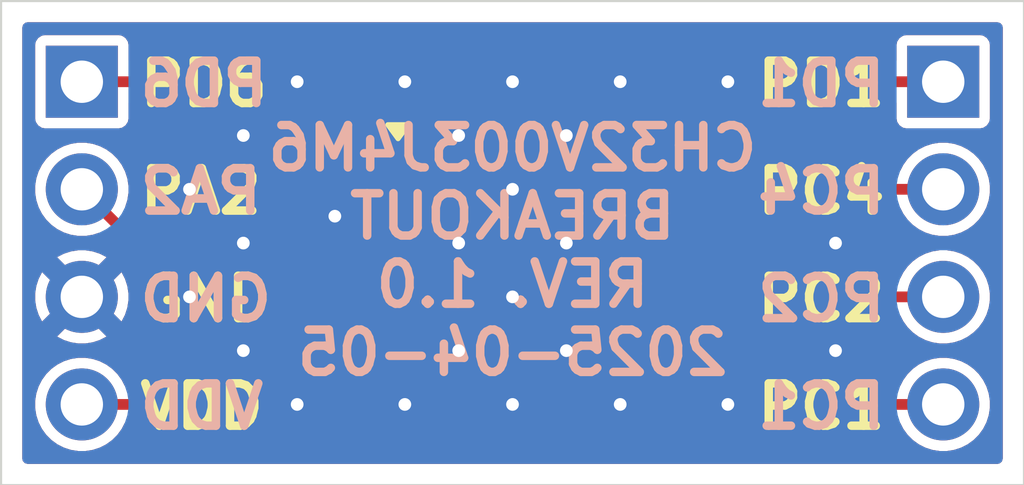
<source format=kicad_pcb>
(kicad_pcb (version 20241229) (generator "pcbnew") (generator_version "9.0")
  (title_block (title "CH32V003J4M6 Breakout Board") (date "2025-04-05") (rev "1.0"))
  (layers (0 "F.Cu" signal) (2 "B.Cu" signal) (13 "F.Paste" user) (15 "B.Paste" user) (5 "F.SilkS" user "F.Silkscreen") (7 "B.SilkS" user "B.Silkscreen") (1 "F.Mask" user) (3 "B.Mask" user) (25 "Edge.Cuts" user))
  (net 0 "")
  (net 1 "/PA2")
  (net 2 "/PD6")
  (net 3 "VDD")
  (net 4 "GND")
  (net 5 "/PC1")
  (net 6 "/PD1")
  (net 7 "/PC2")
  (net 8 "/PC4")
  (footprint "Connector_PinHeader_2.54mm:PinHeader_1x04_P2.54mm_Vertical" (layer "F.Cu") (at 142.24 97.79)
    (property "Reference" "J1" (hide yes))
    (property "Value" "Conn_01x04" (hide yes))
    (pad "1" thru_hole rect (at 0 0) (size 1.7 1.7) (drill 1) (layers "*.Cu" "*.Mask") (net 2 "/PD6"))
    (pad "2" thru_hole circle (at 0 2.54) (size 1.7 1.7) (drill 1) (layers "*.Cu" "*.Mask") (net 1 "/PA2"))
    (pad "3" thru_hole circle (at 0 5.08) (size 1.7 1.7) (drill 1) (layers "*.Cu" "*.Mask") (net 4 "GND"))
    (pad "4" thru_hole circle (at 0 7.62) (size 1.7 1.7) (drill 1) (layers "*.Cu" "*.Mask") (net 3 "VDD"))
  )
  (footprint "Connector_PinHeader_2.54mm:PinHeader_1x04_P2.54mm_Vertical" (layer "F.Cu") (at 162.56 97.79)
    (property "Reference" "J2" (hide yes))
    (property "Value" "Conn_01x04" (hide yes))
    (pad "1" thru_hole rect (at 0 0) (size 1.7 1.7) (drill 1) (layers "*.Cu" "*.Mask") (net 6 "/PD1"))
    (pad "2" thru_hole circle (at 0 2.54) (size 1.7 1.7) (drill 1) (layers "*.Cu" "*.Mask") (net 8 "/PC4"))
    (pad "3" thru_hole circle (at 0 5.08) (size 1.7 1.7) (drill 1) (layers "*.Cu" "*.Mask") (net 7 "/PC2"))
    (pad "4" thru_hole circle (at 0 7.62) (size 1.7 1.7) (drill 1) (layers "*.Cu" "*.Mask") (net 5 "/PC1"))
  )
  (footprint "Package_SO:SOP-8_3.9x4.9mm_P1.27mm" (layer "F.Cu") (at 152.4 101.6)
    (property "Reference" "U1" (hide yes))
    (property "Value" "CH32V003J4M6" (hide yes))
    (fp_poly (pts (xy -2.7 -2.465) (xy -2.94 -2.795) (xy -2.46 -2.795)) (stroke (width 0.12)) (fill yes) (layer "F.SilkS"))
    (pad "1" smd roundrect (at -2.625 -1.905) (size 1.65 0.6) (layers "F.Cu" "F.Mask" "F.Paste") (net 2 "/PD6"))
    (pad "2" smd roundrect (at -2.625 -0.635) (size 1.65 0.6) (layers "F.Cu" "F.Mask" "F.Paste") (net 4 "GND"))
    (pad "3" smd roundrect (at -2.625 0.635) (size 1.65 0.6) (layers "F.Cu" "F.Mask" "F.Paste") (net 1 "/PA2"))
    (pad "4" smd roundrect (at -2.625 1.905) (size 1.65 0.6) (layers "F.Cu" "F.Mask" "F.Paste") (net 3 "VDD"))
    (pad "5" smd roundrect (at 2.625 1.905) (size 1.65 0.6) (layers "F.Cu" "F.Mask" "F.Paste") (net 5 "/PC1"))
    (pad "6" smd roundrect (at 2.625 0.635) (size 1.65 0.6) (layers "F.Cu" "F.Mask" "F.Paste") (net 7 "/PC2"))
    (pad "7" smd roundrect (at 2.625 -0.635) (size 1.65 0.6) (layers "F.Cu" "F.Mask" "F.Paste") (net 8 "/PC4"))
    (pad "8" smd roundrect (at 2.625 -1.905) (size 1.65 0.6) (layers "F.Cu" "F.Mask" "F.Paste") (net 6 "/PD1"))
  )
  (gr_line (start 164.465 107.315) (end 140.335 107.315) (stroke (width 0.05)) (layer "Edge.Cuts"))
  (gr_line (start 140.335 107.315) (end 140.335 95.885) (stroke (width 0.05)) (layer "Edge.Cuts"))
  (gr_line (start 140.335 95.885) (end 164.465 95.885) (stroke (width 0.05)) (layer "Edge.Cuts"))
  (gr_line (start 164.465 95.885) (end 164.465 107.315) (stroke (width 0.05)) (layer "Edge.Cuts"))
  (gr_text "PC1" (at 161.29 106.045 0) (layer "F.SilkS") (effects (font (size 1 1) (thickness 0.2) (bold yes)) (justify right bottom)))
  (gr_text "PD6" (at 143.51 98.425 0) (layer "F.SilkS") (effects (font (size 1 1) (thickness 0.2) (bold yes)) (justify left bottom)))
  (gr_text "PA2" (at 143.51 100.965 0) (layer "F.SilkS") (effects (font (size 1 1) (thickness 0.2) (bold yes)) (justify left bottom)))
  (gr_text "VDD" (at 143.51 106.045 0) (layer "F.SilkS") (effects (font (size 1 1) (thickness 0.2) (bold yes)) (justify left bottom)))
  (gr_text "PC2" (at 161.29 103.505 0) (layer "F.SilkS") (effects (font (size 1 1) (thickness 0.2) (bold yes)) (justify right bottom)))
  (gr_text "GND" (at 143.51 103.505 0) (layer "F.SilkS") (effects (font (size 1 1) (thickness 0.2) (bold yes)) (justify left bottom)))
  (gr_text "PD1" (at 161.29 98.425 0) (layer "F.SilkS") (effects (font (size 1 1) (thickness 0.2) (bold yes)) (justify right bottom)))
  (gr_text "PC4" (at 161.29 100.965 0) (layer "F.SilkS") (effects (font (size 1 1) (thickness 0.2) (bold yes)) (justify right bottom)))
  (gr_text "PA2" (at 143.51 100.965 0) (layer "B.SilkS") (effects (font (size 1 1) (thickness 0.2) (bold yes)) (justify right bottom mirror)))
  (gr_text "VDD" (at 143.51 106.045 0) (layer "B.SilkS") (effects (font (size 1 1) (thickness 0.2) (bold yes)) (justify right bottom mirror)))
  (gr_text "PD6" (at 143.51 98.425 0) (layer "B.SilkS") (effects (font (size 1 1) (thickness 0.2) (bold yes)) (justify right bottom mirror)))
  (gr_text "GND" (at 143.51 103.505 0) (layer "B.SilkS") (effects (font (size 1 1) (thickness 0.2) (bold yes)) (justify right bottom mirror)))
  (gr_text "PD1" (at 161.29 98.425 0) (layer "B.SilkS") (effects (font (size 1 1) (thickness 0.2) (bold yes)) (justify left bottom mirror)))
  (gr_text "PC4" (at 161.29 100.965 0) (layer "B.SilkS") (effects (font (size 1 1) (thickness 0.2) (bold yes)) (justify left bottom mirror)))
  (gr_text "CH32V003J4M6\nBREAKOUT\nREV. ${REVISION}\n${ISSUE_DATE}" (at 152.4 104.775 0) (layer "B.SilkS") (effects (font (size 1 1) (thickness 0.2) (bold yes)) (justify bottom mirror)))
  (gr_text "PC2" (at 161.29 103.505 0) (layer "B.SilkS") (effects (font (size 1 1) (thickness 0.2) (bold yes)) (justify left bottom mirror)))
  (gr_text "PC1" (at 161.29 106.045 0) (layer "B.SilkS") (effects (font (size 1 1) (thickness 0.2) (bold yes)) (justify left bottom mirror)))
  (segment (start 144.145 102.235) (end 149.775 102.235) (width 0.254) (layer "F.Cu") (net 1))
  (segment (start 142.24 100.33) (end 144.145 102.235) (width 0.254) (layer "F.Cu") (net 1))
  (segment (start 147.701 99.695) (end 145.796 97.79) (width 0.254) (layer "F.Cu") (net 2))
  (segment (start 145.796 97.79) (end 142.24 97.79) (width 0.254) (layer "F.Cu") (net 2))
  (segment (start 149.775 99.695) (end 147.701 99.695) (width 0.254) (layer "F.Cu") (net 2))
  (segment (start 145.796 105.41) (end 142.24 105.41) (width 0.254) (layer "F.Cu") (net 3))
  (segment (start 147.701 103.505) (end 145.796 105.41) (width 0.254) (layer "F.Cu") (net 3))
  (segment (start 149.775 103.505) (end 147.701 103.505) (width 0.254) (layer "F.Cu") (net 3))
  (segment (start 149.775 100.965) (end 148.209 100.965) (width 0.254) (layer "F.Cu") (net 4))
  (via (at 152.4 97.79) (size 0.6) (drill 0.3) (layers "F.Cu" "B.Cu") (net 4))
  (via (at 144.78 100.33) (size 0.6) (drill 0.3) (layers "F.Cu" "B.Cu") (net 4))
  (via (at 149.86 97.79) (size 0.6) (drill 0.3) (layers "F.Cu" "B.Cu") (net 4))
  (via (at 147.32 97.79) (size 0.6) (drill 0.3) (layers "F.Cu" "B.Cu") (net 4))
  (via (at 154.94 105.41) (size 0.6) (drill 0.3) (layers "F.Cu" "B.Cu") (net 4))
  (via (at 160.02 101.6) (size 0.6) (drill 0.3) (layers "F.Cu" "B.Cu") (net 4))
  (via (at 160.02 104.14) (size 0.6) (drill 0.3) (layers "F.Cu" "B.Cu") (net 4))
  (via (at 148.209 100.965) (size 0.6) (drill 0.3) (layers "F.Cu" "B.Cu") (net 4))
  (via (at 149.86 105.41) (size 0.6) (drill 0.3) (layers "F.Cu" "B.Cu") (net 4))
  (via (at 147.32 105.41) (size 0.6) (drill 0.3) (layers "F.Cu" "B.Cu") (net 4))
  (via (at 154.94 97.79) (size 0.6) (drill 0.3) (layers "F.Cu" "B.Cu") (net 4))
  (via (at 151.13 99.06) (size 0.6) (drill 0.3) (layers "F.Cu" "B.Cu") (net 4))
  (via (at 152.4 100.33) (size 0.6) (drill 0.3) (layers "F.Cu" "B.Cu") (net 4))
  (via (at 146.05 99.06) (size 0.6) (drill 0.3) (layers "F.Cu" "B.Cu") (net 4))
  (via (at 157.48 97.79) (size 0.6) (drill 0.3) (layers "F.Cu" "B.Cu") (net 4))
  (via (at 153.67 104.14) (size 0.6) (drill 0.3) (layers "F.Cu" "B.Cu") (net 4))
  (via (at 146.05 101.6) (size 0.6) (drill 0.3) (layers "F.Cu" "B.Cu") (net 4))
  (via (at 144.78 102.87) (size 0.6) (drill 0.3) (layers "F.Cu" "B.Cu") (net 4))
  (via (at 153.67 101.6) (size 0.6) (drill 0.3) (layers "F.Cu" "B.Cu") (net 4))
  (via (at 153.67 99.06) (size 0.6) (drill 0.3) (layers "F.Cu" "B.Cu") (net 4))
  (via (at 152.4 105.41) (size 0.6) (drill 0.3) (layers "F.Cu" "B.Cu") (net 4))
  (via (at 151.13 101.6) (size 0.6) (drill 0.3) (layers "F.Cu" "B.Cu") (net 4))
  (via (at 152.4 102.87) (size 0.6) (drill 0.3) (layers "F.Cu" "B.Cu") (net 4))
  (via (at 151.13 104.14) (size 0.6) (drill 0.3) (layers "F.Cu" "B.Cu") (net 4))
  (via (at 157.48 105.41) (size 0.6) (drill 0.3) (layers "F.Cu" "B.Cu") (net 4))
  (via (at 146.05 104.14) (size 0.6) (drill 0.3) (layers "F.Cu" "B.Cu") (net 4))
  (segment (start 157.099 103.505) (end 159.004 105.41) (width 0.254) (layer "F.Cu") (net 5))
  (segment (start 159.004 105.41) (end 162.56 105.41) (width 0.254) (layer "F.Cu") (net 5))
  (segment (start 155.025 103.505) (end 157.099 103.505) (width 0.254) (layer "F.Cu") (net 5))
  (segment (start 157.353 99.695) (end 159.258 97.79) (width 0.254) (layer "F.Cu") (net 6))
  (segment (start 159.258 97.79) (end 162.56 97.79) (width 0.254) (layer "F.Cu") (net 6))
  (segment (start 155.025 99.695) (end 157.353 99.695) (width 0.254) (layer "F.Cu") (net 6))
  (segment (start 159.004 102.87) (end 162.56 102.87) (width 0.254) (layer "F.Cu") (net 7))
  (segment (start 158.369 102.235) (end 159.004 102.87) (width 0.254) (layer "F.Cu") (net 7))
  (segment (start 155.025 102.235) (end 158.369 102.235) (width 0.254) (layer "F.Cu") (net 7))
  (segment (start 155.025 100.965) (end 158.623 100.965) (width 0.254) (layer "F.Cu") (net 8))
  (segment (start 159.258 100.33) (end 162.56 100.33) (width 0.254) (layer "F.Cu") (net 8))
  (segment (start 158.623 100.965) (end 159.258 100.33) (width 0.254) (layer "F.Cu") (net 8))
  (zone (net 4) (net_name "GND") (layer "F.Cu") (name "F.GND") (connect_pads (clearance 0.25)) (min_thickness 0.25) (fill yes (thermal_gap 0.25) (thermal_bridge_width 0.5))
    (polygon (pts (xy 164.465 95.885) (xy 140.335 95.885) (xy 140.335 107.315) (xy 164.465 107.315)))
  )
  (zone (net 4) (net_name "GND") (layer "B.Cu") (name "B.GND") (connect_pads (clearance 0.25)) (min_thickness 0.25) (fill yes (thermal_gap 0.25) (thermal_bridge_width 0.5))
    (polygon (pts (xy 164.465 95.885) (xy 140.335 95.885) (xy 140.335 107.315) (xy 164.465 107.315)))
  )
)
</source>
